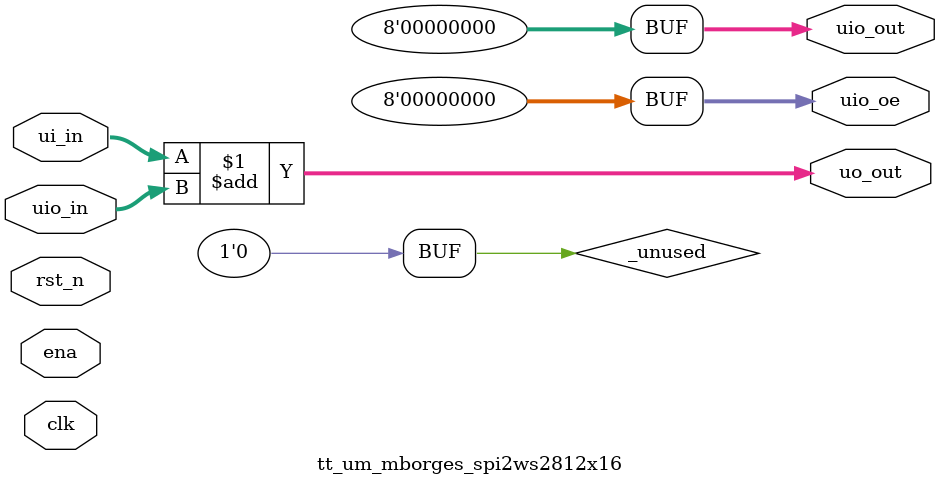
<source format=v>
/*
 * By Maxime Borges <contact@maximeborg.es>
 * Unlicensed
 * SPDX-License-Identifier: Apache-2.0
 */

`default_nettype none

module tt_um_mborges_spi2ws2812x16 (
    input  wire [7:0] ui_in,    // Dedicated inputs
    output wire [7:0] uo_out,   // Dedicated outputs
    input  wire [7:0] uio_in,   // IOs: Input path
    output wire [7:0] uio_out,  // IOs: Output path
    output wire [7:0] uio_oe,   // IOs: Enable path (active high: 0=input, 1=output)
    input  wire       ena,      // always 1 when the design is powered, so you can ignore it
    input  wire       clk,      // clock
    input  wire       rst_n     // reset_n - low to reset
);

  // All output pins must be assigned. If not used, assign to 0.
  assign uo_out  = ui_in + uio_in;  // Example: ou_out is the sum of ui_in and uio_in
  assign uio_out = 0;
  assign uio_oe  = 0;

  // List all unused inputs to prevent warnings
  wire _unused = &{ena, clk, rst_n, 1'b0};
endmodule

</source>
